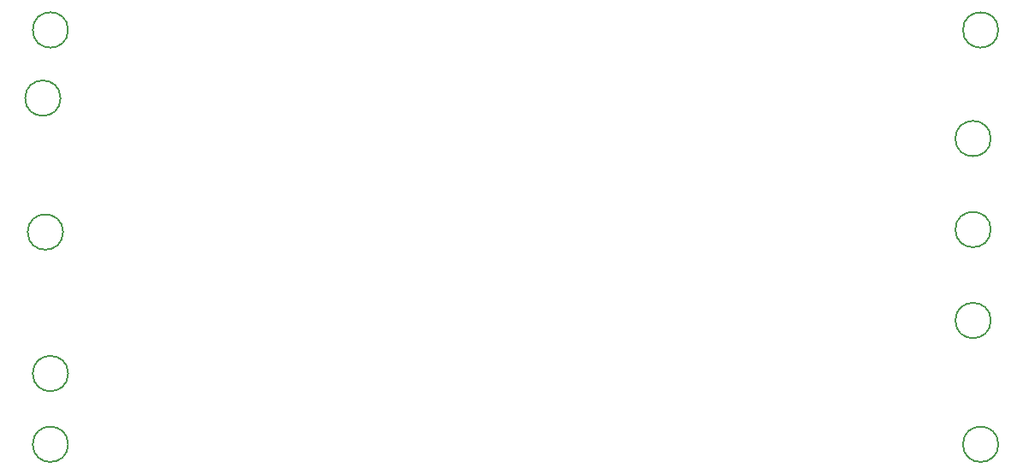
<source format=gbr>
%TF.GenerationSoftware,KiCad,Pcbnew,7.0.1-3b83917a11~172~ubuntu22.04.1*%
%TF.CreationDate,2023-03-30T15:08:59+02:00*%
%TF.ProjectId,tht-dip,7468742d-6469-4702-9e6b-696361645f70,rev?*%
%TF.SameCoordinates,Original*%
%TF.FileFunction,Other,Comment*%
%FSLAX46Y46*%
G04 Gerber Fmt 4.6, Leading zero omitted, Abs format (unit mm)*
G04 Created by KiCad (PCBNEW 7.0.1-3b83917a11~172~ubuntu22.04.1) date 2023-03-30 15:08:59*
%MOMM*%
%LPD*%
G01*
G04 APERTURE LIST*
%ADD10C,0.150000*%
G04 APERTURE END LIST*
D10*
%TO.C,J1*%
X132000000Y-45750000D02*
G75*
G03*
X132000000Y-45750000I-1750000J0D01*
G01*
%TO.C,J2*%
X132000000Y-54750000D02*
G75*
G03*
X132000000Y-54750000I-1750000J0D01*
G01*
%TO.C,J3*%
X40000000Y-41750000D02*
G75*
G03*
X40000000Y-41750000I-1750000J0D01*
G01*
%TO.C,J4*%
X40750000Y-69000000D02*
G75*
G03*
X40750000Y-69000000I-1750000J0D01*
G01*
%TO.C,J5*%
X132000000Y-63750000D02*
G75*
G03*
X132000000Y-63750000I-1750000J0D01*
G01*
%TO.C,J6*%
X40250000Y-55000000D02*
G75*
G03*
X40250000Y-55000000I-1750000J0D01*
G01*
%TO.C,J7*%
X40750000Y-35000000D02*
G75*
G03*
X40750000Y-35000000I-1750000J0D01*
G01*
%TO.C,J8*%
X40750000Y-76000000D02*
G75*
G03*
X40750000Y-76000000I-1750000J0D01*
G01*
%TO.C,J9*%
X132750000Y-35000000D02*
G75*
G03*
X132750000Y-35000000I-1750000J0D01*
G01*
%TO.C,J10*%
X132750000Y-76000000D02*
G75*
G03*
X132750000Y-76000000I-1750000J0D01*
G01*
%TD*%
M02*

</source>
